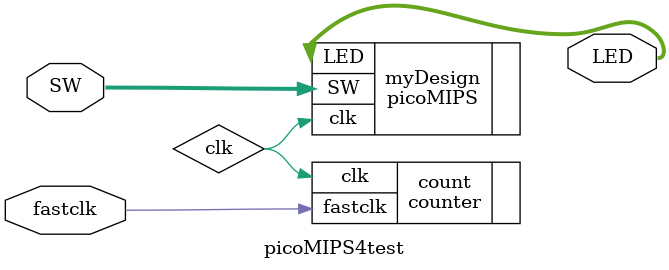
<source format=sv>
module picoMIPS4test (input logic fastclk, // 50MHz Altera DE0 clock
							input logic [9:0] SW, // Switches SW0..SW9
							output logic [7:0] LED); // LEDs

 logic clk; // slow clock, about 10Hz

 counter count (.fastclk(fastclk),.clk(clk)); // slow clk from counter

 // to obtain the cost figure, synthesise your design without the counter 
 // and the picoMIPS4test module using Cyclone IV E as target
 // and make a note of the synthesis statistics
 picoMIPS myDesign (.clk(clk),.SW(SW),.LED(LED));

endmodule 
</source>
